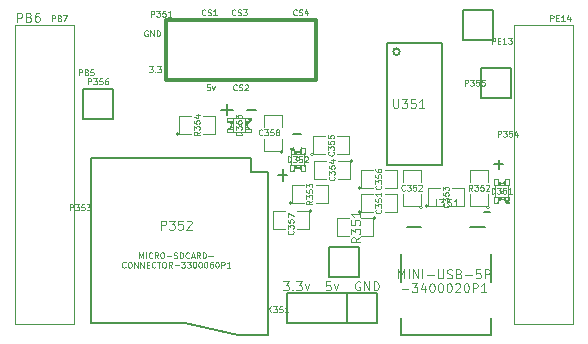
<source format=gto>
G04 (created by PCBNEW (2013-mar-13)-testing) date Срд 19 Фев 2014 21:11:01*
%MOIN*%
G04 Gerber Fmt 3.4, Leading zero omitted, Abs format*
%FSLAX34Y34*%
G01*
G70*
G90*
G04 APERTURE LIST*
%ADD10C,0.005906*%
%ADD11C,0.007874*%
%ADD12C,0.004925*%
%ADD13C,0.004000*%
%ADD14C,0.003900*%
%ADD15C,0.002600*%
%ADD16C,0.002000*%
%ADD17C,0.005900*%
%ADD18C,0.006000*%
%ADD19C,0.012000*%
%ADD20C,0.005000*%
%ADD21C,0.004300*%
%ADD22C,0.003500*%
G04 APERTURE END LIST*
G54D10*
G54D11*
X76750Y-63300D02*
X76800Y-63300D01*
X76600Y-63450D02*
X76600Y-63100D01*
X76400Y-63300D02*
X76750Y-63300D01*
X77250Y-63300D02*
X77550Y-63300D01*
X78450Y-65250D02*
X78450Y-65650D01*
X78300Y-65450D02*
X78600Y-65450D01*
X78800Y-64100D02*
X79050Y-64100D01*
X85350Y-66700D02*
X85150Y-66700D01*
X85650Y-65250D02*
X85650Y-64950D01*
X85500Y-65100D02*
X85800Y-65100D01*
G54D12*
X71656Y-62139D02*
X71656Y-61942D01*
X71731Y-61942D01*
X71749Y-61951D01*
X71759Y-61960D01*
X71768Y-61979D01*
X71768Y-62007D01*
X71759Y-62026D01*
X71749Y-62035D01*
X71731Y-62045D01*
X71656Y-62045D01*
X71918Y-62035D02*
X71946Y-62045D01*
X71956Y-62054D01*
X71965Y-62073D01*
X71965Y-62101D01*
X71956Y-62120D01*
X71946Y-62129D01*
X71928Y-62139D01*
X71853Y-62139D01*
X71853Y-61942D01*
X71918Y-61942D01*
X71937Y-61951D01*
X71946Y-61960D01*
X71956Y-61979D01*
X71956Y-61998D01*
X71946Y-62017D01*
X71937Y-62026D01*
X71918Y-62035D01*
X71853Y-62035D01*
X72143Y-61942D02*
X72050Y-61942D01*
X72040Y-62035D01*
X72050Y-62026D01*
X72068Y-62017D01*
X72115Y-62017D01*
X72134Y-62026D01*
X72143Y-62035D01*
X72153Y-62054D01*
X72153Y-62101D01*
X72143Y-62120D01*
X72134Y-62129D01*
X72115Y-62139D01*
X72068Y-62139D01*
X72050Y-62129D01*
X72040Y-62120D01*
X76923Y-62620D02*
X76913Y-62629D01*
X76885Y-62639D01*
X76867Y-62639D01*
X76838Y-62629D01*
X76820Y-62610D01*
X76810Y-62592D01*
X76801Y-62554D01*
X76801Y-62526D01*
X76810Y-62489D01*
X76820Y-62470D01*
X76838Y-62451D01*
X76867Y-62442D01*
X76885Y-62442D01*
X76913Y-62451D01*
X76923Y-62460D01*
X76998Y-62629D02*
X77026Y-62639D01*
X77073Y-62639D01*
X77092Y-62629D01*
X77101Y-62620D01*
X77110Y-62601D01*
X77110Y-62582D01*
X77101Y-62564D01*
X77092Y-62554D01*
X77073Y-62545D01*
X77035Y-62535D01*
X77017Y-62526D01*
X77007Y-62517D01*
X76998Y-62498D01*
X76998Y-62479D01*
X77007Y-62460D01*
X77017Y-62451D01*
X77035Y-62442D01*
X77082Y-62442D01*
X77110Y-62451D01*
X77186Y-62460D02*
X77195Y-62451D01*
X77214Y-62442D01*
X77261Y-62442D01*
X77279Y-62451D01*
X77289Y-62460D01*
X77298Y-62479D01*
X77298Y-62498D01*
X77289Y-62526D01*
X77176Y-62639D01*
X77298Y-62639D01*
X78923Y-60120D02*
X78913Y-60129D01*
X78885Y-60139D01*
X78867Y-60139D01*
X78838Y-60129D01*
X78820Y-60110D01*
X78810Y-60092D01*
X78801Y-60054D01*
X78801Y-60026D01*
X78810Y-59989D01*
X78820Y-59970D01*
X78838Y-59951D01*
X78867Y-59942D01*
X78885Y-59942D01*
X78913Y-59951D01*
X78923Y-59960D01*
X78998Y-60129D02*
X79026Y-60139D01*
X79073Y-60139D01*
X79092Y-60129D01*
X79101Y-60120D01*
X79110Y-60101D01*
X79110Y-60082D01*
X79101Y-60064D01*
X79092Y-60054D01*
X79073Y-60045D01*
X79035Y-60035D01*
X79017Y-60026D01*
X79007Y-60017D01*
X78998Y-59998D01*
X78998Y-59979D01*
X79007Y-59960D01*
X79017Y-59951D01*
X79035Y-59942D01*
X79082Y-59942D01*
X79110Y-59951D01*
X79279Y-60007D02*
X79279Y-60139D01*
X79232Y-59932D02*
X79186Y-60073D01*
X79307Y-60073D01*
X76873Y-60120D02*
X76863Y-60129D01*
X76835Y-60139D01*
X76817Y-60139D01*
X76788Y-60129D01*
X76770Y-60110D01*
X76760Y-60092D01*
X76751Y-60054D01*
X76751Y-60026D01*
X76760Y-59989D01*
X76770Y-59970D01*
X76788Y-59951D01*
X76817Y-59942D01*
X76835Y-59942D01*
X76863Y-59951D01*
X76873Y-59960D01*
X76948Y-60129D02*
X76976Y-60139D01*
X77023Y-60139D01*
X77042Y-60129D01*
X77051Y-60120D01*
X77060Y-60101D01*
X77060Y-60082D01*
X77051Y-60064D01*
X77042Y-60054D01*
X77023Y-60045D01*
X76985Y-60035D01*
X76967Y-60026D01*
X76957Y-60017D01*
X76948Y-59998D01*
X76948Y-59979D01*
X76957Y-59960D01*
X76967Y-59951D01*
X76985Y-59942D01*
X77032Y-59942D01*
X77060Y-59951D01*
X77126Y-59942D02*
X77248Y-59942D01*
X77182Y-60017D01*
X77211Y-60017D01*
X77229Y-60026D01*
X77239Y-60035D01*
X77248Y-60054D01*
X77248Y-60101D01*
X77239Y-60120D01*
X77229Y-60129D01*
X77211Y-60139D01*
X77154Y-60139D01*
X77136Y-60129D01*
X77126Y-60120D01*
X75873Y-60120D02*
X75863Y-60129D01*
X75835Y-60139D01*
X75817Y-60139D01*
X75788Y-60129D01*
X75770Y-60110D01*
X75760Y-60092D01*
X75751Y-60054D01*
X75751Y-60026D01*
X75760Y-59989D01*
X75770Y-59970D01*
X75788Y-59951D01*
X75817Y-59942D01*
X75835Y-59942D01*
X75863Y-59951D01*
X75873Y-59960D01*
X75948Y-60129D02*
X75976Y-60139D01*
X76023Y-60139D01*
X76042Y-60129D01*
X76051Y-60120D01*
X76060Y-60101D01*
X76060Y-60082D01*
X76051Y-60064D01*
X76042Y-60054D01*
X76023Y-60045D01*
X75985Y-60035D01*
X75967Y-60026D01*
X75957Y-60017D01*
X75948Y-59998D01*
X75948Y-59979D01*
X75957Y-59960D01*
X75967Y-59951D01*
X75985Y-59942D01*
X76032Y-59942D01*
X76060Y-59951D01*
X76248Y-60139D02*
X76136Y-60139D01*
X76192Y-60139D02*
X76192Y-59942D01*
X76173Y-59970D01*
X76154Y-59989D01*
X76136Y-59998D01*
X76021Y-62442D02*
X75928Y-62442D01*
X75918Y-62535D01*
X75928Y-62526D01*
X75946Y-62517D01*
X75993Y-62517D01*
X76012Y-62526D01*
X76021Y-62535D01*
X76031Y-62554D01*
X76031Y-62601D01*
X76021Y-62620D01*
X76012Y-62629D01*
X75993Y-62639D01*
X75946Y-62639D01*
X75928Y-62629D01*
X75918Y-62620D01*
X76096Y-62507D02*
X76143Y-62639D01*
X76190Y-62507D01*
X73993Y-61842D02*
X74115Y-61842D01*
X74049Y-61917D01*
X74078Y-61917D01*
X74096Y-61926D01*
X74106Y-61935D01*
X74115Y-61954D01*
X74115Y-62001D01*
X74106Y-62020D01*
X74096Y-62029D01*
X74078Y-62039D01*
X74021Y-62039D01*
X74003Y-62029D01*
X73993Y-62020D01*
X74200Y-62020D02*
X74209Y-62029D01*
X74200Y-62039D01*
X74190Y-62029D01*
X74200Y-62020D01*
X74200Y-62039D01*
X74275Y-61842D02*
X74397Y-61842D01*
X74331Y-61917D01*
X74359Y-61917D01*
X74378Y-61926D01*
X74387Y-61935D01*
X74397Y-61954D01*
X74397Y-62001D01*
X74387Y-62020D01*
X74378Y-62029D01*
X74359Y-62039D01*
X74303Y-62039D01*
X74284Y-62029D01*
X74275Y-62020D01*
X70756Y-60339D02*
X70756Y-60142D01*
X70831Y-60142D01*
X70849Y-60151D01*
X70859Y-60160D01*
X70868Y-60179D01*
X70868Y-60207D01*
X70859Y-60226D01*
X70849Y-60235D01*
X70831Y-60245D01*
X70756Y-60245D01*
X71018Y-60235D02*
X71046Y-60245D01*
X71056Y-60254D01*
X71065Y-60273D01*
X71065Y-60301D01*
X71056Y-60320D01*
X71046Y-60329D01*
X71028Y-60339D01*
X70953Y-60339D01*
X70953Y-60142D01*
X71018Y-60142D01*
X71037Y-60151D01*
X71046Y-60160D01*
X71056Y-60179D01*
X71056Y-60198D01*
X71046Y-60217D01*
X71037Y-60226D01*
X71018Y-60235D01*
X70953Y-60235D01*
X71131Y-60142D02*
X71262Y-60142D01*
X71178Y-60339D01*
X69603Y-60360D02*
X69603Y-60060D01*
X69717Y-60060D01*
X69746Y-60075D01*
X69760Y-60089D01*
X69775Y-60117D01*
X69775Y-60160D01*
X69760Y-60189D01*
X69746Y-60203D01*
X69717Y-60217D01*
X69603Y-60217D01*
X70003Y-60203D02*
X70046Y-60217D01*
X70060Y-60232D01*
X70075Y-60260D01*
X70075Y-60303D01*
X70060Y-60332D01*
X70046Y-60346D01*
X70017Y-60360D01*
X69903Y-60360D01*
X69903Y-60060D01*
X70003Y-60060D01*
X70032Y-60075D01*
X70046Y-60089D01*
X70060Y-60117D01*
X70060Y-60146D01*
X70046Y-60175D01*
X70032Y-60189D01*
X70003Y-60203D01*
X69903Y-60203D01*
X70332Y-60060D02*
X70275Y-60060D01*
X70246Y-60075D01*
X70232Y-60089D01*
X70203Y-60132D01*
X70189Y-60189D01*
X70189Y-60303D01*
X70203Y-60332D01*
X70217Y-60346D01*
X70246Y-60360D01*
X70303Y-60360D01*
X70332Y-60346D01*
X70346Y-60332D01*
X70360Y-60303D01*
X70360Y-60232D01*
X70346Y-60203D01*
X70332Y-60189D01*
X70303Y-60175D01*
X70246Y-60175D01*
X70217Y-60189D01*
X70203Y-60203D01*
X70189Y-60232D01*
X73949Y-60651D02*
X73931Y-60642D01*
X73903Y-60642D01*
X73874Y-60651D01*
X73856Y-60670D01*
X73846Y-60689D01*
X73837Y-60726D01*
X73837Y-60754D01*
X73846Y-60792D01*
X73856Y-60810D01*
X73874Y-60829D01*
X73903Y-60839D01*
X73921Y-60839D01*
X73949Y-60829D01*
X73959Y-60820D01*
X73959Y-60754D01*
X73921Y-60754D01*
X74043Y-60839D02*
X74043Y-60642D01*
X74156Y-60839D01*
X74156Y-60642D01*
X74250Y-60839D02*
X74250Y-60642D01*
X74297Y-60642D01*
X74325Y-60651D01*
X74343Y-60670D01*
X74353Y-60689D01*
X74362Y-60726D01*
X74362Y-60754D01*
X74353Y-60792D01*
X74343Y-60810D01*
X74325Y-60829D01*
X74297Y-60839D01*
X74250Y-60839D01*
X87371Y-60339D02*
X87371Y-60142D01*
X87446Y-60142D01*
X87465Y-60151D01*
X87474Y-60160D01*
X87484Y-60179D01*
X87484Y-60207D01*
X87474Y-60226D01*
X87465Y-60235D01*
X87446Y-60245D01*
X87371Y-60245D01*
X87568Y-60235D02*
X87634Y-60235D01*
X87662Y-60339D02*
X87568Y-60339D01*
X87568Y-60142D01*
X87662Y-60142D01*
X87850Y-60339D02*
X87737Y-60339D01*
X87793Y-60339D02*
X87793Y-60142D01*
X87775Y-60170D01*
X87756Y-60189D01*
X87737Y-60198D01*
X88018Y-60207D02*
X88018Y-60339D01*
X87972Y-60132D02*
X87925Y-60273D01*
X88047Y-60273D01*
X85421Y-61089D02*
X85421Y-60892D01*
X85496Y-60892D01*
X85515Y-60901D01*
X85524Y-60910D01*
X85534Y-60929D01*
X85534Y-60957D01*
X85524Y-60976D01*
X85515Y-60985D01*
X85496Y-60995D01*
X85421Y-60995D01*
X85618Y-60985D02*
X85684Y-60985D01*
X85712Y-61089D02*
X85618Y-61089D01*
X85618Y-60892D01*
X85712Y-60892D01*
X85900Y-61089D02*
X85787Y-61089D01*
X85843Y-61089D02*
X85843Y-60892D01*
X85825Y-60920D01*
X85806Y-60939D01*
X85787Y-60948D01*
X85965Y-60892D02*
X86087Y-60892D01*
X86022Y-60967D01*
X86050Y-60967D01*
X86068Y-60976D01*
X86078Y-60985D01*
X86087Y-61004D01*
X86087Y-61051D01*
X86078Y-61070D01*
X86068Y-61079D01*
X86050Y-61089D01*
X85993Y-61089D01*
X85975Y-61079D01*
X85965Y-61070D01*
G54D13*
X78475Y-69010D02*
X78660Y-69010D01*
X78560Y-69125D01*
X78603Y-69125D01*
X78632Y-69139D01*
X78646Y-69153D01*
X78660Y-69182D01*
X78660Y-69253D01*
X78646Y-69282D01*
X78632Y-69296D01*
X78603Y-69310D01*
X78517Y-69310D01*
X78489Y-69296D01*
X78475Y-69282D01*
X78789Y-69282D02*
X78803Y-69296D01*
X78789Y-69310D01*
X78775Y-69296D01*
X78789Y-69282D01*
X78789Y-69310D01*
X78903Y-69010D02*
X79089Y-69010D01*
X78989Y-69125D01*
X79032Y-69125D01*
X79060Y-69139D01*
X79075Y-69153D01*
X79089Y-69182D01*
X79089Y-69253D01*
X79075Y-69282D01*
X79060Y-69296D01*
X79032Y-69310D01*
X78946Y-69310D01*
X78917Y-69296D01*
X78903Y-69282D01*
X79189Y-69110D02*
X79260Y-69310D01*
X79332Y-69110D01*
X80046Y-69010D02*
X79903Y-69010D01*
X79889Y-69153D01*
X79903Y-69139D01*
X79932Y-69125D01*
X80003Y-69125D01*
X80032Y-69139D01*
X80046Y-69153D01*
X80060Y-69182D01*
X80060Y-69253D01*
X80046Y-69282D01*
X80032Y-69296D01*
X80003Y-69310D01*
X79932Y-69310D01*
X79903Y-69296D01*
X79889Y-69282D01*
X80160Y-69110D02*
X80232Y-69310D01*
X80303Y-69110D01*
X81032Y-69025D02*
X81003Y-69010D01*
X80960Y-69010D01*
X80917Y-69025D01*
X80889Y-69053D01*
X80874Y-69082D01*
X80860Y-69139D01*
X80860Y-69182D01*
X80874Y-69239D01*
X80889Y-69267D01*
X80917Y-69296D01*
X80960Y-69310D01*
X80989Y-69310D01*
X81032Y-69296D01*
X81046Y-69282D01*
X81046Y-69182D01*
X80989Y-69182D01*
X81174Y-69310D02*
X81174Y-69010D01*
X81346Y-69310D01*
X81346Y-69010D01*
X81489Y-69310D02*
X81489Y-69010D01*
X81560Y-69010D01*
X81603Y-69025D01*
X81632Y-69053D01*
X81646Y-69082D01*
X81660Y-69139D01*
X81660Y-69182D01*
X81646Y-69239D01*
X81632Y-69267D01*
X81603Y-69296D01*
X81560Y-69310D01*
X81489Y-69310D01*
X82310Y-68910D02*
X82310Y-68610D01*
X82410Y-68825D01*
X82510Y-68610D01*
X82510Y-68910D01*
X82653Y-68910D02*
X82653Y-68610D01*
X82796Y-68910D02*
X82796Y-68610D01*
X82967Y-68910D01*
X82967Y-68610D01*
X83110Y-68910D02*
X83110Y-68610D01*
X83253Y-68796D02*
X83482Y-68796D01*
X83625Y-68610D02*
X83625Y-68853D01*
X83639Y-68882D01*
X83653Y-68896D01*
X83682Y-68910D01*
X83739Y-68910D01*
X83767Y-68896D01*
X83782Y-68882D01*
X83796Y-68853D01*
X83796Y-68610D01*
X83925Y-68896D02*
X83967Y-68910D01*
X84039Y-68910D01*
X84067Y-68896D01*
X84082Y-68882D01*
X84096Y-68853D01*
X84096Y-68825D01*
X84082Y-68796D01*
X84067Y-68782D01*
X84039Y-68767D01*
X83982Y-68753D01*
X83953Y-68739D01*
X83939Y-68725D01*
X83925Y-68696D01*
X83925Y-68667D01*
X83939Y-68639D01*
X83953Y-68625D01*
X83982Y-68610D01*
X84053Y-68610D01*
X84096Y-68625D01*
X84325Y-68753D02*
X84367Y-68767D01*
X84382Y-68782D01*
X84396Y-68810D01*
X84396Y-68853D01*
X84382Y-68882D01*
X84367Y-68896D01*
X84339Y-68910D01*
X84225Y-68910D01*
X84225Y-68610D01*
X84325Y-68610D01*
X84353Y-68625D01*
X84367Y-68639D01*
X84382Y-68667D01*
X84382Y-68696D01*
X84367Y-68725D01*
X84353Y-68739D01*
X84325Y-68753D01*
X84225Y-68753D01*
X84525Y-68796D02*
X84753Y-68796D01*
X85039Y-68610D02*
X84896Y-68610D01*
X84882Y-68753D01*
X84896Y-68739D01*
X84925Y-68725D01*
X84996Y-68725D01*
X85025Y-68739D01*
X85039Y-68753D01*
X85053Y-68782D01*
X85053Y-68853D01*
X85039Y-68882D01*
X85025Y-68896D01*
X84996Y-68910D01*
X84925Y-68910D01*
X84896Y-68896D01*
X84882Y-68882D01*
X85182Y-68910D02*
X85182Y-68610D01*
X85296Y-68610D01*
X85325Y-68625D01*
X85339Y-68639D01*
X85353Y-68667D01*
X85353Y-68710D01*
X85339Y-68739D01*
X85325Y-68753D01*
X85296Y-68767D01*
X85182Y-68767D01*
X82417Y-69256D02*
X82646Y-69256D01*
X82760Y-69070D02*
X82946Y-69070D01*
X82846Y-69185D01*
X82889Y-69185D01*
X82917Y-69199D01*
X82932Y-69213D01*
X82946Y-69242D01*
X82946Y-69313D01*
X82932Y-69342D01*
X82917Y-69356D01*
X82889Y-69370D01*
X82803Y-69370D01*
X82775Y-69356D01*
X82760Y-69342D01*
X83203Y-69170D02*
X83203Y-69370D01*
X83132Y-69056D02*
X83060Y-69270D01*
X83246Y-69270D01*
X83417Y-69070D02*
X83446Y-69070D01*
X83475Y-69085D01*
X83489Y-69099D01*
X83503Y-69127D01*
X83517Y-69185D01*
X83517Y-69256D01*
X83503Y-69313D01*
X83489Y-69342D01*
X83475Y-69356D01*
X83446Y-69370D01*
X83417Y-69370D01*
X83389Y-69356D01*
X83375Y-69342D01*
X83360Y-69313D01*
X83346Y-69256D01*
X83346Y-69185D01*
X83360Y-69127D01*
X83375Y-69099D01*
X83389Y-69085D01*
X83417Y-69070D01*
X83703Y-69070D02*
X83732Y-69070D01*
X83760Y-69085D01*
X83775Y-69099D01*
X83789Y-69127D01*
X83803Y-69185D01*
X83803Y-69256D01*
X83789Y-69313D01*
X83775Y-69342D01*
X83760Y-69356D01*
X83732Y-69370D01*
X83703Y-69370D01*
X83675Y-69356D01*
X83660Y-69342D01*
X83646Y-69313D01*
X83632Y-69256D01*
X83632Y-69185D01*
X83646Y-69127D01*
X83660Y-69099D01*
X83675Y-69085D01*
X83703Y-69070D01*
X83989Y-69070D02*
X84017Y-69070D01*
X84046Y-69085D01*
X84060Y-69099D01*
X84075Y-69127D01*
X84089Y-69185D01*
X84089Y-69256D01*
X84075Y-69313D01*
X84060Y-69342D01*
X84046Y-69356D01*
X84017Y-69370D01*
X83989Y-69370D01*
X83960Y-69356D01*
X83946Y-69342D01*
X83932Y-69313D01*
X83917Y-69256D01*
X83917Y-69185D01*
X83932Y-69127D01*
X83946Y-69099D01*
X83960Y-69085D01*
X83989Y-69070D01*
X84203Y-69099D02*
X84217Y-69085D01*
X84246Y-69070D01*
X84317Y-69070D01*
X84346Y-69085D01*
X84360Y-69099D01*
X84375Y-69127D01*
X84375Y-69156D01*
X84360Y-69199D01*
X84189Y-69370D01*
X84375Y-69370D01*
X84560Y-69070D02*
X84589Y-69070D01*
X84617Y-69085D01*
X84632Y-69099D01*
X84646Y-69127D01*
X84660Y-69185D01*
X84660Y-69256D01*
X84646Y-69313D01*
X84632Y-69342D01*
X84617Y-69356D01*
X84589Y-69370D01*
X84560Y-69370D01*
X84532Y-69356D01*
X84517Y-69342D01*
X84503Y-69313D01*
X84489Y-69256D01*
X84489Y-69185D01*
X84503Y-69127D01*
X84517Y-69099D01*
X84532Y-69085D01*
X84560Y-69070D01*
X84789Y-69370D02*
X84789Y-69070D01*
X84903Y-69070D01*
X84932Y-69085D01*
X84946Y-69099D01*
X84960Y-69127D01*
X84960Y-69170D01*
X84946Y-69199D01*
X84932Y-69213D01*
X84903Y-69227D01*
X84789Y-69227D01*
X85246Y-69370D02*
X85075Y-69370D01*
X85160Y-69370D02*
X85160Y-69070D01*
X85132Y-69113D01*
X85103Y-69142D01*
X85075Y-69156D01*
X73671Y-68239D02*
X73671Y-68042D01*
X73736Y-68182D01*
X73802Y-68042D01*
X73802Y-68239D01*
X73896Y-68239D02*
X73896Y-68042D01*
X74102Y-68220D02*
X74093Y-68229D01*
X74065Y-68239D01*
X74046Y-68239D01*
X74018Y-68229D01*
X73999Y-68210D01*
X73990Y-68192D01*
X73980Y-68154D01*
X73980Y-68126D01*
X73990Y-68089D01*
X73999Y-68070D01*
X74018Y-68051D01*
X74046Y-68042D01*
X74065Y-68042D01*
X74093Y-68051D01*
X74102Y-68060D01*
X74299Y-68239D02*
X74233Y-68145D01*
X74187Y-68239D02*
X74187Y-68042D01*
X74262Y-68042D01*
X74280Y-68051D01*
X74290Y-68060D01*
X74299Y-68079D01*
X74299Y-68107D01*
X74290Y-68126D01*
X74280Y-68135D01*
X74262Y-68145D01*
X74187Y-68145D01*
X74421Y-68042D02*
X74459Y-68042D01*
X74477Y-68051D01*
X74496Y-68070D01*
X74506Y-68107D01*
X74506Y-68173D01*
X74496Y-68210D01*
X74477Y-68229D01*
X74459Y-68239D01*
X74421Y-68239D01*
X74402Y-68229D01*
X74384Y-68210D01*
X74374Y-68173D01*
X74374Y-68107D01*
X74384Y-68070D01*
X74402Y-68051D01*
X74421Y-68042D01*
X74590Y-68164D02*
X74740Y-68164D01*
X74824Y-68229D02*
X74853Y-68239D01*
X74900Y-68239D01*
X74918Y-68229D01*
X74928Y-68220D01*
X74937Y-68201D01*
X74937Y-68182D01*
X74928Y-68164D01*
X74918Y-68154D01*
X74900Y-68145D01*
X74862Y-68135D01*
X74843Y-68126D01*
X74834Y-68117D01*
X74824Y-68098D01*
X74824Y-68079D01*
X74834Y-68060D01*
X74843Y-68051D01*
X74862Y-68042D01*
X74909Y-68042D01*
X74937Y-68051D01*
X75021Y-68239D02*
X75021Y-68042D01*
X75068Y-68042D01*
X75097Y-68051D01*
X75115Y-68070D01*
X75125Y-68089D01*
X75134Y-68126D01*
X75134Y-68154D01*
X75125Y-68192D01*
X75115Y-68210D01*
X75097Y-68229D01*
X75068Y-68239D01*
X75021Y-68239D01*
X75331Y-68220D02*
X75322Y-68229D01*
X75294Y-68239D01*
X75275Y-68239D01*
X75247Y-68229D01*
X75228Y-68210D01*
X75218Y-68192D01*
X75209Y-68154D01*
X75209Y-68126D01*
X75218Y-68089D01*
X75228Y-68070D01*
X75247Y-68051D01*
X75275Y-68042D01*
X75294Y-68042D01*
X75322Y-68051D01*
X75331Y-68060D01*
X75406Y-68182D02*
X75500Y-68182D01*
X75387Y-68239D02*
X75453Y-68042D01*
X75519Y-68239D01*
X75697Y-68239D02*
X75631Y-68145D01*
X75584Y-68239D02*
X75584Y-68042D01*
X75659Y-68042D01*
X75678Y-68051D01*
X75688Y-68060D01*
X75697Y-68079D01*
X75697Y-68107D01*
X75688Y-68126D01*
X75678Y-68135D01*
X75659Y-68145D01*
X75584Y-68145D01*
X75781Y-68239D02*
X75781Y-68042D01*
X75828Y-68042D01*
X75856Y-68051D01*
X75875Y-68070D01*
X75885Y-68089D01*
X75894Y-68126D01*
X75894Y-68154D01*
X75885Y-68192D01*
X75875Y-68210D01*
X75856Y-68229D01*
X75828Y-68239D01*
X75781Y-68239D01*
X75978Y-68164D02*
X76128Y-68164D01*
X73216Y-68536D02*
X73206Y-68545D01*
X73178Y-68554D01*
X73159Y-68554D01*
X73131Y-68545D01*
X73112Y-68526D01*
X73103Y-68508D01*
X73094Y-68470D01*
X73094Y-68442D01*
X73103Y-68404D01*
X73112Y-68386D01*
X73131Y-68367D01*
X73159Y-68357D01*
X73178Y-68357D01*
X73206Y-68367D01*
X73216Y-68376D01*
X73338Y-68357D02*
X73375Y-68357D01*
X73394Y-68367D01*
X73413Y-68386D01*
X73422Y-68423D01*
X73422Y-68489D01*
X73413Y-68526D01*
X73394Y-68545D01*
X73375Y-68554D01*
X73338Y-68554D01*
X73319Y-68545D01*
X73300Y-68526D01*
X73291Y-68489D01*
X73291Y-68423D01*
X73300Y-68386D01*
X73319Y-68367D01*
X73338Y-68357D01*
X73506Y-68554D02*
X73506Y-68357D01*
X73619Y-68554D01*
X73619Y-68357D01*
X73713Y-68554D02*
X73713Y-68357D01*
X73825Y-68554D01*
X73825Y-68357D01*
X73919Y-68451D02*
X73985Y-68451D01*
X74013Y-68554D02*
X73919Y-68554D01*
X73919Y-68357D01*
X74013Y-68357D01*
X74210Y-68536D02*
X74201Y-68545D01*
X74172Y-68554D01*
X74154Y-68554D01*
X74126Y-68545D01*
X74107Y-68526D01*
X74097Y-68508D01*
X74088Y-68470D01*
X74088Y-68442D01*
X74097Y-68404D01*
X74107Y-68386D01*
X74126Y-68367D01*
X74154Y-68357D01*
X74172Y-68357D01*
X74201Y-68367D01*
X74210Y-68376D01*
X74266Y-68357D02*
X74379Y-68357D01*
X74323Y-68554D02*
X74323Y-68357D01*
X74482Y-68357D02*
X74520Y-68357D01*
X74538Y-68367D01*
X74557Y-68386D01*
X74566Y-68423D01*
X74566Y-68489D01*
X74557Y-68526D01*
X74538Y-68545D01*
X74520Y-68554D01*
X74482Y-68554D01*
X74463Y-68545D01*
X74445Y-68526D01*
X74435Y-68489D01*
X74435Y-68423D01*
X74445Y-68386D01*
X74463Y-68367D01*
X74482Y-68357D01*
X74763Y-68554D02*
X74698Y-68461D01*
X74651Y-68554D02*
X74651Y-68357D01*
X74726Y-68357D01*
X74745Y-68367D01*
X74754Y-68376D01*
X74763Y-68395D01*
X74763Y-68423D01*
X74754Y-68442D01*
X74745Y-68451D01*
X74726Y-68461D01*
X74651Y-68461D01*
X74848Y-68479D02*
X74998Y-68479D01*
X75073Y-68357D02*
X75195Y-68357D01*
X75129Y-68432D01*
X75157Y-68432D01*
X75176Y-68442D01*
X75186Y-68451D01*
X75195Y-68470D01*
X75195Y-68517D01*
X75186Y-68536D01*
X75176Y-68545D01*
X75157Y-68554D01*
X75101Y-68554D01*
X75082Y-68545D01*
X75073Y-68536D01*
X75261Y-68357D02*
X75383Y-68357D01*
X75317Y-68432D01*
X75345Y-68432D01*
X75364Y-68442D01*
X75373Y-68451D01*
X75383Y-68470D01*
X75383Y-68517D01*
X75373Y-68536D01*
X75364Y-68545D01*
X75345Y-68554D01*
X75289Y-68554D01*
X75270Y-68545D01*
X75261Y-68536D01*
X75505Y-68357D02*
X75523Y-68357D01*
X75542Y-68367D01*
X75551Y-68376D01*
X75561Y-68395D01*
X75570Y-68432D01*
X75570Y-68479D01*
X75561Y-68517D01*
X75551Y-68536D01*
X75542Y-68545D01*
X75523Y-68554D01*
X75505Y-68554D01*
X75486Y-68545D01*
X75476Y-68536D01*
X75467Y-68517D01*
X75458Y-68479D01*
X75458Y-68432D01*
X75467Y-68395D01*
X75476Y-68376D01*
X75486Y-68367D01*
X75505Y-68357D01*
X75692Y-68357D02*
X75711Y-68357D01*
X75730Y-68367D01*
X75739Y-68376D01*
X75748Y-68395D01*
X75758Y-68432D01*
X75758Y-68479D01*
X75748Y-68517D01*
X75739Y-68536D01*
X75730Y-68545D01*
X75711Y-68554D01*
X75692Y-68554D01*
X75673Y-68545D01*
X75664Y-68536D01*
X75655Y-68517D01*
X75645Y-68479D01*
X75645Y-68432D01*
X75655Y-68395D01*
X75664Y-68376D01*
X75673Y-68367D01*
X75692Y-68357D01*
X75880Y-68357D02*
X75899Y-68357D01*
X75917Y-68367D01*
X75927Y-68376D01*
X75936Y-68395D01*
X75945Y-68432D01*
X75945Y-68479D01*
X75936Y-68517D01*
X75927Y-68536D01*
X75917Y-68545D01*
X75899Y-68554D01*
X75880Y-68554D01*
X75861Y-68545D01*
X75852Y-68536D01*
X75842Y-68517D01*
X75833Y-68479D01*
X75833Y-68432D01*
X75842Y-68395D01*
X75852Y-68376D01*
X75861Y-68367D01*
X75880Y-68357D01*
X76114Y-68357D02*
X76077Y-68357D01*
X76058Y-68367D01*
X76049Y-68376D01*
X76030Y-68404D01*
X76021Y-68442D01*
X76021Y-68517D01*
X76030Y-68536D01*
X76039Y-68545D01*
X76058Y-68554D01*
X76096Y-68554D01*
X76114Y-68545D01*
X76124Y-68536D01*
X76133Y-68517D01*
X76133Y-68470D01*
X76124Y-68451D01*
X76114Y-68442D01*
X76096Y-68432D01*
X76058Y-68432D01*
X76039Y-68442D01*
X76030Y-68451D01*
X76021Y-68470D01*
X76255Y-68357D02*
X76274Y-68357D01*
X76293Y-68367D01*
X76302Y-68376D01*
X76311Y-68395D01*
X76321Y-68432D01*
X76321Y-68479D01*
X76311Y-68517D01*
X76302Y-68536D01*
X76293Y-68545D01*
X76274Y-68554D01*
X76255Y-68554D01*
X76236Y-68545D01*
X76227Y-68536D01*
X76218Y-68517D01*
X76208Y-68479D01*
X76208Y-68432D01*
X76218Y-68395D01*
X76227Y-68376D01*
X76236Y-68367D01*
X76255Y-68357D01*
X76405Y-68554D02*
X76405Y-68357D01*
X76480Y-68357D01*
X76499Y-68367D01*
X76508Y-68376D01*
X76518Y-68395D01*
X76518Y-68423D01*
X76508Y-68442D01*
X76499Y-68451D01*
X76480Y-68461D01*
X76405Y-68461D01*
X76705Y-68554D02*
X76593Y-68554D01*
X76649Y-68554D02*
X76649Y-68357D01*
X76630Y-68386D01*
X76612Y-68404D01*
X76593Y-68414D01*
G54D14*
X81050Y-66700D02*
G75*
G03X81050Y-66700I-50J0D01*
G74*
G01*
X81450Y-66700D02*
X81050Y-66700D01*
X81050Y-66700D02*
X81050Y-66100D01*
X81050Y-66100D02*
X81450Y-66100D01*
X81850Y-66100D02*
X82250Y-66100D01*
X82250Y-66100D02*
X82250Y-66700D01*
X82250Y-66700D02*
X81850Y-66700D01*
X83100Y-66550D02*
G75*
G03X83100Y-66550I-50J0D01*
G74*
G01*
X83050Y-66100D02*
X83050Y-66500D01*
X83050Y-66500D02*
X82450Y-66500D01*
X82450Y-66500D02*
X82450Y-66100D01*
X82450Y-65700D02*
X82450Y-65300D01*
X82450Y-65300D02*
X83050Y-65300D01*
X83050Y-65300D02*
X83050Y-65700D01*
X83300Y-66500D02*
G75*
G03X83300Y-66500I-50J0D01*
G74*
G01*
X83700Y-66500D02*
X83300Y-66500D01*
X83300Y-66500D02*
X83300Y-65900D01*
X83300Y-65900D02*
X83700Y-65900D01*
X84100Y-65900D02*
X84500Y-65900D01*
X84500Y-65900D02*
X84500Y-66500D01*
X84500Y-66500D02*
X84100Y-66500D01*
X80800Y-65000D02*
G75*
G03X80800Y-65000I-50J0D01*
G74*
G01*
X80300Y-65000D02*
X80700Y-65000D01*
X80700Y-65000D02*
X80700Y-65600D01*
X80700Y-65600D02*
X80300Y-65600D01*
X79900Y-65600D02*
X79500Y-65600D01*
X79500Y-65600D02*
X79500Y-65000D01*
X79500Y-65000D02*
X79900Y-65000D01*
X79475Y-64775D02*
G75*
G03X79475Y-64775I-50J0D01*
G74*
G01*
X79875Y-64775D02*
X79475Y-64775D01*
X79475Y-64775D02*
X79475Y-64175D01*
X79475Y-64175D02*
X79875Y-64175D01*
X80275Y-64175D02*
X80675Y-64175D01*
X80675Y-64175D02*
X80675Y-64775D01*
X80675Y-64775D02*
X80275Y-64775D01*
X81050Y-65900D02*
G75*
G03X81050Y-65900I-50J0D01*
G74*
G01*
X81450Y-65900D02*
X81050Y-65900D01*
X81050Y-65900D02*
X81050Y-65300D01*
X81050Y-65300D02*
X81450Y-65300D01*
X81850Y-65300D02*
X82250Y-65300D01*
X82250Y-65300D02*
X82250Y-65900D01*
X82250Y-65900D02*
X81850Y-65900D01*
G54D15*
X85632Y-66196D02*
X85504Y-66196D01*
X85504Y-66196D02*
X85504Y-66393D01*
X85632Y-66393D02*
X85504Y-66393D01*
X85632Y-66196D02*
X85632Y-66393D01*
X85877Y-66196D02*
X85818Y-66196D01*
X85818Y-66196D02*
X85818Y-66295D01*
X85877Y-66295D02*
X85818Y-66295D01*
X85877Y-66196D02*
X85877Y-66295D01*
X85682Y-66196D02*
X85623Y-66196D01*
X85623Y-66196D02*
X85623Y-66295D01*
X85682Y-66295D02*
X85623Y-66295D01*
X85682Y-66196D02*
X85682Y-66295D01*
X85828Y-66196D02*
X85672Y-66196D01*
X85672Y-66196D02*
X85672Y-66265D01*
X85828Y-66265D02*
X85672Y-66265D01*
X85828Y-66196D02*
X85828Y-66265D01*
X85632Y-65607D02*
X85504Y-65607D01*
X85504Y-65607D02*
X85504Y-65804D01*
X85632Y-65804D02*
X85504Y-65804D01*
X85632Y-65607D02*
X85632Y-65804D01*
X85996Y-65607D02*
X85868Y-65607D01*
X85868Y-65607D02*
X85868Y-65804D01*
X85996Y-65804D02*
X85868Y-65804D01*
X85996Y-65607D02*
X85996Y-65804D01*
X85682Y-65705D02*
X85623Y-65705D01*
X85623Y-65705D02*
X85623Y-65804D01*
X85682Y-65804D02*
X85623Y-65804D01*
X85682Y-65705D02*
X85682Y-65804D01*
X85877Y-65705D02*
X85818Y-65705D01*
X85818Y-65705D02*
X85818Y-65804D01*
X85877Y-65804D02*
X85818Y-65804D01*
X85877Y-65705D02*
X85877Y-65804D01*
X85828Y-65735D02*
X85672Y-65735D01*
X85672Y-65735D02*
X85672Y-65804D01*
X85828Y-65804D02*
X85672Y-65804D01*
X85828Y-65735D02*
X85828Y-65804D01*
X85789Y-66000D02*
X85711Y-66000D01*
X85711Y-66000D02*
X85711Y-66078D01*
X85789Y-66078D02*
X85711Y-66078D01*
X85789Y-66000D02*
X85789Y-66078D01*
X85986Y-66196D02*
X85868Y-66196D01*
X85868Y-66196D02*
X85868Y-66314D01*
X85986Y-66314D02*
X85868Y-66314D01*
X85986Y-66196D02*
X85986Y-66314D01*
X85996Y-66364D02*
X85907Y-66364D01*
X85907Y-66364D02*
X85907Y-66393D01*
X85996Y-66393D02*
X85907Y-66393D01*
X85996Y-66364D02*
X85996Y-66393D01*
G54D13*
X85524Y-66206D02*
X85524Y-65794D01*
X85976Y-65804D02*
X85976Y-66364D01*
G54D16*
X85955Y-66334D02*
G75*
G03X85955Y-66334I-28J0D01*
G74*
G01*
G54D13*
X85887Y-66393D02*
G75*
G03X85613Y-66393I-137J0D01*
G74*
G01*
X85613Y-65607D02*
G75*
G03X85887Y-65607I137J0D01*
G74*
G01*
G54D15*
X79068Y-64754D02*
X79196Y-64754D01*
X79196Y-64754D02*
X79196Y-64557D01*
X79068Y-64557D02*
X79196Y-64557D01*
X79068Y-64754D02*
X79068Y-64557D01*
X78823Y-64754D02*
X78882Y-64754D01*
X78882Y-64754D02*
X78882Y-64655D01*
X78823Y-64655D02*
X78882Y-64655D01*
X78823Y-64754D02*
X78823Y-64655D01*
X79018Y-64754D02*
X79077Y-64754D01*
X79077Y-64754D02*
X79077Y-64655D01*
X79018Y-64655D02*
X79077Y-64655D01*
X79018Y-64754D02*
X79018Y-64655D01*
X78872Y-64754D02*
X79028Y-64754D01*
X79028Y-64754D02*
X79028Y-64685D01*
X78872Y-64685D02*
X79028Y-64685D01*
X78872Y-64754D02*
X78872Y-64685D01*
X79068Y-65343D02*
X79196Y-65343D01*
X79196Y-65343D02*
X79196Y-65146D01*
X79068Y-65146D02*
X79196Y-65146D01*
X79068Y-65343D02*
X79068Y-65146D01*
X78704Y-65343D02*
X78832Y-65343D01*
X78832Y-65343D02*
X78832Y-65146D01*
X78704Y-65146D02*
X78832Y-65146D01*
X78704Y-65343D02*
X78704Y-65146D01*
X79018Y-65245D02*
X79077Y-65245D01*
X79077Y-65245D02*
X79077Y-65146D01*
X79018Y-65146D02*
X79077Y-65146D01*
X79018Y-65245D02*
X79018Y-65146D01*
X78823Y-65245D02*
X78882Y-65245D01*
X78882Y-65245D02*
X78882Y-65146D01*
X78823Y-65146D02*
X78882Y-65146D01*
X78823Y-65245D02*
X78823Y-65146D01*
X78872Y-65215D02*
X79028Y-65215D01*
X79028Y-65215D02*
X79028Y-65146D01*
X78872Y-65146D02*
X79028Y-65146D01*
X78872Y-65215D02*
X78872Y-65146D01*
X78911Y-64950D02*
X78989Y-64950D01*
X78989Y-64950D02*
X78989Y-64872D01*
X78911Y-64872D02*
X78989Y-64872D01*
X78911Y-64950D02*
X78911Y-64872D01*
X78714Y-64754D02*
X78832Y-64754D01*
X78832Y-64754D02*
X78832Y-64636D01*
X78714Y-64636D02*
X78832Y-64636D01*
X78714Y-64754D02*
X78714Y-64636D01*
X78704Y-64586D02*
X78793Y-64586D01*
X78793Y-64586D02*
X78793Y-64557D01*
X78704Y-64557D02*
X78793Y-64557D01*
X78704Y-64586D02*
X78704Y-64557D01*
G54D13*
X79176Y-64744D02*
X79176Y-65156D01*
X78724Y-65146D02*
X78724Y-64586D01*
G54D16*
X78801Y-64616D02*
G75*
G03X78801Y-64616I-28J0D01*
G74*
G01*
G54D13*
X78813Y-64557D02*
G75*
G03X79087Y-64557I137J0D01*
G74*
G01*
X79087Y-65343D02*
G75*
G03X78813Y-65343I-137J0D01*
G74*
G01*
G54D14*
X81550Y-66900D02*
G75*
G03X81550Y-66900I-50J0D01*
G74*
G01*
X81050Y-66900D02*
X81450Y-66900D01*
X81450Y-66900D02*
X81450Y-67500D01*
X81450Y-67500D02*
X81050Y-67500D01*
X80650Y-67500D02*
X80250Y-67500D01*
X80250Y-67500D02*
X80250Y-66900D01*
X80250Y-66900D02*
X80650Y-66900D01*
X85350Y-66550D02*
G75*
G03X85350Y-66550I-50J0D01*
G74*
G01*
X85300Y-66100D02*
X85300Y-66500D01*
X85300Y-66500D02*
X84700Y-66500D01*
X84700Y-66500D02*
X84700Y-66100D01*
X84700Y-65700D02*
X84700Y-65300D01*
X84700Y-65300D02*
X85300Y-65300D01*
X85300Y-65300D02*
X85300Y-65700D01*
X78750Y-66400D02*
G75*
G03X78750Y-66400I-50J0D01*
G74*
G01*
X79150Y-66400D02*
X78750Y-66400D01*
X78750Y-66400D02*
X78750Y-65800D01*
X78750Y-65800D02*
X79150Y-65800D01*
X79550Y-65800D02*
X79950Y-65800D01*
X79950Y-65800D02*
X79950Y-66400D01*
X79950Y-66400D02*
X79550Y-66400D01*
G54D17*
X83756Y-65147D02*
X81944Y-65147D01*
X81944Y-61053D02*
X83756Y-61053D01*
X83756Y-61053D02*
X83756Y-65147D01*
X81944Y-65147D02*
X81944Y-61053D01*
X82357Y-61352D02*
G75*
G03X82357Y-61352I-111J0D01*
G74*
G01*
G54D15*
X77196Y-63918D02*
X77196Y-64046D01*
X77196Y-64046D02*
X77393Y-64046D01*
X77393Y-63918D02*
X77393Y-64046D01*
X77196Y-63918D02*
X77393Y-63918D01*
X77196Y-63673D02*
X77196Y-63732D01*
X77196Y-63732D02*
X77295Y-63732D01*
X77295Y-63673D02*
X77295Y-63732D01*
X77196Y-63673D02*
X77295Y-63673D01*
X77196Y-63868D02*
X77196Y-63927D01*
X77196Y-63927D02*
X77295Y-63927D01*
X77295Y-63868D02*
X77295Y-63927D01*
X77196Y-63868D02*
X77295Y-63868D01*
X77196Y-63722D02*
X77196Y-63878D01*
X77196Y-63878D02*
X77265Y-63878D01*
X77265Y-63722D02*
X77265Y-63878D01*
X77196Y-63722D02*
X77265Y-63722D01*
X76607Y-63918D02*
X76607Y-64046D01*
X76607Y-64046D02*
X76804Y-64046D01*
X76804Y-63918D02*
X76804Y-64046D01*
X76607Y-63918D02*
X76804Y-63918D01*
X76607Y-63554D02*
X76607Y-63682D01*
X76607Y-63682D02*
X76804Y-63682D01*
X76804Y-63554D02*
X76804Y-63682D01*
X76607Y-63554D02*
X76804Y-63554D01*
X76705Y-63868D02*
X76705Y-63927D01*
X76705Y-63927D02*
X76804Y-63927D01*
X76804Y-63868D02*
X76804Y-63927D01*
X76705Y-63868D02*
X76804Y-63868D01*
X76705Y-63673D02*
X76705Y-63732D01*
X76705Y-63732D02*
X76804Y-63732D01*
X76804Y-63673D02*
X76804Y-63732D01*
X76705Y-63673D02*
X76804Y-63673D01*
X76735Y-63722D02*
X76735Y-63878D01*
X76735Y-63878D02*
X76804Y-63878D01*
X76804Y-63722D02*
X76804Y-63878D01*
X76735Y-63722D02*
X76804Y-63722D01*
X77000Y-63761D02*
X77000Y-63839D01*
X77000Y-63839D02*
X77078Y-63839D01*
X77078Y-63761D02*
X77078Y-63839D01*
X77000Y-63761D02*
X77078Y-63761D01*
X77196Y-63564D02*
X77196Y-63682D01*
X77196Y-63682D02*
X77314Y-63682D01*
X77314Y-63564D02*
X77314Y-63682D01*
X77196Y-63564D02*
X77314Y-63564D01*
X77364Y-63554D02*
X77364Y-63643D01*
X77364Y-63643D02*
X77393Y-63643D01*
X77393Y-63554D02*
X77393Y-63643D01*
X77364Y-63554D02*
X77393Y-63554D01*
G54D13*
X77206Y-64026D02*
X76794Y-64026D01*
X76804Y-63574D02*
X77364Y-63574D01*
G54D16*
X77362Y-63623D02*
G75*
G03X77362Y-63623I-28J0D01*
G74*
G01*
G54D13*
X77393Y-63663D02*
G75*
G03X77393Y-63937I0J-137D01*
G74*
G01*
X76607Y-63937D02*
G75*
G03X76607Y-63663I0J137D01*
G74*
G01*
G54D14*
X75000Y-64100D02*
G75*
G03X75000Y-64100I-50J0D01*
G74*
G01*
X75400Y-64100D02*
X75000Y-64100D01*
X75000Y-64100D02*
X75000Y-63500D01*
X75000Y-63500D02*
X75400Y-63500D01*
X75800Y-63500D02*
X76200Y-63500D01*
X76200Y-63500D02*
X76200Y-64100D01*
X76200Y-64100D02*
X75800Y-64100D01*
G54D18*
X81600Y-69400D02*
X81600Y-70400D01*
X81600Y-70400D02*
X78600Y-70400D01*
X78600Y-70400D02*
X78600Y-69400D01*
X78600Y-69400D02*
X81600Y-69400D01*
X80600Y-70400D02*
X80600Y-69400D01*
G54D14*
X69516Y-70421D02*
X71484Y-70421D01*
X71484Y-70421D02*
X71484Y-60480D01*
X71484Y-60480D02*
X69516Y-60480D01*
X69516Y-60480D02*
X69516Y-70421D01*
X86166Y-70421D02*
X88134Y-70421D01*
X88134Y-70421D02*
X88134Y-60480D01*
X88134Y-60480D02*
X86166Y-60480D01*
X86166Y-60480D02*
X86166Y-70421D01*
G54D18*
X86050Y-62900D02*
X85050Y-62900D01*
X85050Y-61900D02*
X86050Y-61900D01*
X85050Y-62900D02*
X85050Y-61900D01*
X86050Y-61900D02*
X86050Y-62900D01*
G54D19*
X74550Y-60300D02*
X79550Y-60300D01*
X79550Y-60300D02*
X79550Y-62300D01*
X79550Y-62300D02*
X74550Y-62300D01*
X74550Y-62300D02*
X74550Y-60300D01*
G54D18*
X72800Y-63600D02*
X71800Y-63600D01*
X71800Y-62600D02*
X72800Y-62600D01*
X71800Y-63600D02*
X71800Y-62600D01*
X72800Y-62600D02*
X72800Y-63600D01*
G54D14*
X79425Y-66675D02*
G75*
G03X79425Y-66675I-50J0D01*
G74*
G01*
X78925Y-66675D02*
X79325Y-66675D01*
X79325Y-66675D02*
X79325Y-67275D01*
X79325Y-67275D02*
X78925Y-67275D01*
X78525Y-67275D02*
X78125Y-67275D01*
X78125Y-67275D02*
X78125Y-66675D01*
X78125Y-66675D02*
X78525Y-66675D01*
X78475Y-64700D02*
G75*
G03X78475Y-64700I-50J0D01*
G74*
G01*
X78425Y-64250D02*
X78425Y-64650D01*
X78425Y-64650D02*
X77825Y-64650D01*
X77825Y-64650D02*
X77825Y-64250D01*
X77825Y-63850D02*
X77825Y-63450D01*
X77825Y-63450D02*
X78425Y-63450D01*
X78425Y-63450D02*
X78425Y-63850D01*
G54D20*
X85400Y-70800D02*
X85400Y-70221D01*
X82400Y-70800D02*
X82400Y-70221D01*
X84700Y-67200D02*
X85200Y-67200D01*
X85400Y-68095D02*
X85400Y-69040D01*
X82400Y-70800D02*
X85400Y-70800D01*
X82400Y-68095D02*
X82400Y-69040D01*
X82600Y-67200D02*
X83073Y-67200D01*
X76950Y-70800D02*
X75200Y-70400D01*
X72050Y-70400D02*
X75220Y-70400D01*
X72050Y-64900D02*
X72050Y-70400D01*
X77950Y-70800D02*
X76953Y-70800D01*
X77400Y-64900D02*
X77400Y-65350D01*
X77400Y-65350D02*
X77950Y-65350D01*
X72050Y-64900D02*
X77400Y-64900D01*
X77950Y-65350D02*
X77950Y-70800D01*
G54D18*
X81000Y-68875D02*
X80000Y-68875D01*
X80000Y-67875D02*
X81000Y-67875D01*
X80000Y-68875D02*
X80000Y-67875D01*
X81000Y-67875D02*
X81000Y-68875D01*
X85475Y-60950D02*
X84475Y-60950D01*
X84475Y-59950D02*
X85475Y-59950D01*
X84475Y-60950D02*
X84475Y-59950D01*
X85475Y-59950D02*
X85475Y-60950D01*
G54D13*
X81720Y-66620D02*
X81729Y-66629D01*
X81739Y-66657D01*
X81739Y-66676D01*
X81729Y-66704D01*
X81710Y-66723D01*
X81692Y-66733D01*
X81654Y-66742D01*
X81626Y-66742D01*
X81589Y-66733D01*
X81570Y-66723D01*
X81551Y-66704D01*
X81542Y-66676D01*
X81542Y-66657D01*
X81551Y-66629D01*
X81560Y-66620D01*
X81542Y-66554D02*
X81542Y-66432D01*
X81617Y-66498D01*
X81617Y-66470D01*
X81626Y-66451D01*
X81635Y-66442D01*
X81654Y-66432D01*
X81701Y-66432D01*
X81720Y-66442D01*
X81729Y-66451D01*
X81739Y-66470D01*
X81739Y-66526D01*
X81729Y-66545D01*
X81720Y-66554D01*
X81542Y-66254D02*
X81542Y-66348D01*
X81635Y-66357D01*
X81626Y-66348D01*
X81617Y-66329D01*
X81617Y-66282D01*
X81626Y-66263D01*
X81635Y-66254D01*
X81654Y-66245D01*
X81701Y-66245D01*
X81720Y-66254D01*
X81729Y-66263D01*
X81739Y-66282D01*
X81739Y-66329D01*
X81729Y-66348D01*
X81720Y-66357D01*
X81739Y-66057D02*
X81739Y-66170D01*
X81739Y-66113D02*
X81542Y-66113D01*
X81570Y-66132D01*
X81589Y-66151D01*
X81598Y-66170D01*
X82529Y-65970D02*
X82520Y-65979D01*
X82492Y-65989D01*
X82473Y-65989D01*
X82445Y-65979D01*
X82426Y-65960D01*
X82416Y-65942D01*
X82407Y-65904D01*
X82407Y-65876D01*
X82416Y-65839D01*
X82426Y-65820D01*
X82445Y-65801D01*
X82473Y-65792D01*
X82492Y-65792D01*
X82520Y-65801D01*
X82529Y-65810D01*
X82595Y-65792D02*
X82717Y-65792D01*
X82651Y-65867D01*
X82679Y-65867D01*
X82698Y-65876D01*
X82707Y-65885D01*
X82717Y-65904D01*
X82717Y-65951D01*
X82707Y-65970D01*
X82698Y-65979D01*
X82679Y-65989D01*
X82623Y-65989D01*
X82604Y-65979D01*
X82595Y-65970D01*
X82895Y-65792D02*
X82801Y-65792D01*
X82792Y-65885D01*
X82801Y-65876D01*
X82820Y-65867D01*
X82867Y-65867D01*
X82886Y-65876D01*
X82895Y-65885D01*
X82904Y-65904D01*
X82904Y-65951D01*
X82895Y-65970D01*
X82886Y-65979D01*
X82867Y-65989D01*
X82820Y-65989D01*
X82801Y-65979D01*
X82792Y-65970D01*
X82979Y-65810D02*
X82989Y-65801D01*
X83007Y-65792D01*
X83054Y-65792D01*
X83073Y-65801D01*
X83083Y-65810D01*
X83092Y-65829D01*
X83092Y-65848D01*
X83083Y-65876D01*
X82970Y-65989D01*
X83092Y-65989D01*
X83970Y-66420D02*
X83979Y-66429D01*
X83989Y-66457D01*
X83989Y-66476D01*
X83979Y-66504D01*
X83960Y-66523D01*
X83942Y-66533D01*
X83904Y-66542D01*
X83876Y-66542D01*
X83839Y-66533D01*
X83820Y-66523D01*
X83801Y-66504D01*
X83792Y-66476D01*
X83792Y-66457D01*
X83801Y-66429D01*
X83810Y-66420D01*
X83792Y-66354D02*
X83792Y-66232D01*
X83867Y-66298D01*
X83867Y-66270D01*
X83876Y-66251D01*
X83885Y-66242D01*
X83904Y-66232D01*
X83951Y-66232D01*
X83970Y-66242D01*
X83979Y-66251D01*
X83989Y-66270D01*
X83989Y-66326D01*
X83979Y-66345D01*
X83970Y-66354D01*
X83792Y-66054D02*
X83792Y-66148D01*
X83885Y-66157D01*
X83876Y-66148D01*
X83867Y-66129D01*
X83867Y-66082D01*
X83876Y-66063D01*
X83885Y-66054D01*
X83904Y-66045D01*
X83951Y-66045D01*
X83970Y-66054D01*
X83979Y-66063D01*
X83989Y-66082D01*
X83989Y-66129D01*
X83979Y-66148D01*
X83970Y-66157D01*
X83792Y-65979D02*
X83792Y-65857D01*
X83867Y-65923D01*
X83867Y-65895D01*
X83876Y-65876D01*
X83885Y-65866D01*
X83904Y-65857D01*
X83951Y-65857D01*
X83970Y-65866D01*
X83979Y-65876D01*
X83989Y-65895D01*
X83989Y-65951D01*
X83979Y-65970D01*
X83970Y-65979D01*
X80170Y-65520D02*
X80179Y-65529D01*
X80189Y-65557D01*
X80189Y-65576D01*
X80179Y-65604D01*
X80160Y-65623D01*
X80142Y-65633D01*
X80104Y-65642D01*
X80076Y-65642D01*
X80039Y-65633D01*
X80020Y-65623D01*
X80001Y-65604D01*
X79992Y-65576D01*
X79992Y-65557D01*
X80001Y-65529D01*
X80010Y-65520D01*
X79992Y-65454D02*
X79992Y-65332D01*
X80067Y-65398D01*
X80067Y-65370D01*
X80076Y-65351D01*
X80085Y-65342D01*
X80104Y-65332D01*
X80151Y-65332D01*
X80170Y-65342D01*
X80179Y-65351D01*
X80189Y-65370D01*
X80189Y-65426D01*
X80179Y-65445D01*
X80170Y-65454D01*
X79992Y-65154D02*
X79992Y-65248D01*
X80085Y-65257D01*
X80076Y-65248D01*
X80067Y-65229D01*
X80067Y-65182D01*
X80076Y-65163D01*
X80085Y-65154D01*
X80104Y-65145D01*
X80151Y-65145D01*
X80170Y-65154D01*
X80179Y-65163D01*
X80189Y-65182D01*
X80189Y-65229D01*
X80179Y-65248D01*
X80170Y-65257D01*
X80057Y-64976D02*
X80189Y-64976D01*
X79982Y-65023D02*
X80123Y-65070D01*
X80123Y-64948D01*
X80145Y-64695D02*
X80154Y-64704D01*
X80164Y-64732D01*
X80164Y-64751D01*
X80154Y-64779D01*
X80135Y-64798D01*
X80117Y-64808D01*
X80079Y-64817D01*
X80051Y-64817D01*
X80014Y-64808D01*
X79995Y-64798D01*
X79976Y-64779D01*
X79967Y-64751D01*
X79967Y-64732D01*
X79976Y-64704D01*
X79985Y-64695D01*
X79967Y-64629D02*
X79967Y-64507D01*
X80042Y-64573D01*
X80042Y-64545D01*
X80051Y-64526D01*
X80060Y-64517D01*
X80079Y-64507D01*
X80126Y-64507D01*
X80145Y-64517D01*
X80154Y-64526D01*
X80164Y-64545D01*
X80164Y-64601D01*
X80154Y-64620D01*
X80145Y-64629D01*
X79967Y-64329D02*
X79967Y-64423D01*
X80060Y-64432D01*
X80051Y-64423D01*
X80042Y-64404D01*
X80042Y-64357D01*
X80051Y-64338D01*
X80060Y-64329D01*
X80079Y-64320D01*
X80126Y-64320D01*
X80145Y-64329D01*
X80154Y-64338D01*
X80164Y-64357D01*
X80164Y-64404D01*
X80154Y-64423D01*
X80145Y-64432D01*
X79967Y-64141D02*
X79967Y-64235D01*
X80060Y-64245D01*
X80051Y-64235D01*
X80042Y-64217D01*
X80042Y-64170D01*
X80051Y-64151D01*
X80060Y-64141D01*
X80079Y-64132D01*
X80126Y-64132D01*
X80145Y-64141D01*
X80154Y-64151D01*
X80164Y-64170D01*
X80164Y-64217D01*
X80154Y-64235D01*
X80145Y-64245D01*
X81720Y-65820D02*
X81729Y-65829D01*
X81739Y-65857D01*
X81739Y-65876D01*
X81729Y-65904D01*
X81710Y-65923D01*
X81692Y-65933D01*
X81654Y-65942D01*
X81626Y-65942D01*
X81589Y-65933D01*
X81570Y-65923D01*
X81551Y-65904D01*
X81542Y-65876D01*
X81542Y-65857D01*
X81551Y-65829D01*
X81560Y-65820D01*
X81542Y-65754D02*
X81542Y-65632D01*
X81617Y-65698D01*
X81617Y-65670D01*
X81626Y-65651D01*
X81635Y-65642D01*
X81654Y-65632D01*
X81701Y-65632D01*
X81720Y-65642D01*
X81729Y-65651D01*
X81739Y-65670D01*
X81739Y-65726D01*
X81729Y-65745D01*
X81720Y-65754D01*
X81542Y-65454D02*
X81542Y-65548D01*
X81635Y-65557D01*
X81626Y-65548D01*
X81617Y-65529D01*
X81617Y-65482D01*
X81626Y-65463D01*
X81635Y-65454D01*
X81654Y-65445D01*
X81701Y-65445D01*
X81720Y-65454D01*
X81729Y-65463D01*
X81739Y-65482D01*
X81739Y-65529D01*
X81729Y-65548D01*
X81720Y-65557D01*
X81542Y-65276D02*
X81542Y-65313D01*
X81551Y-65332D01*
X81560Y-65342D01*
X81589Y-65360D01*
X81626Y-65370D01*
X81701Y-65370D01*
X81720Y-65360D01*
X81729Y-65351D01*
X81739Y-65332D01*
X81739Y-65295D01*
X81729Y-65276D01*
X81720Y-65266D01*
X81701Y-65257D01*
X81654Y-65257D01*
X81635Y-65266D01*
X81626Y-65276D01*
X81617Y-65295D01*
X81617Y-65332D01*
X81626Y-65351D01*
X81635Y-65360D01*
X81654Y-65370D01*
X85416Y-66089D02*
X85416Y-65892D01*
X85463Y-65892D01*
X85492Y-65901D01*
X85510Y-65920D01*
X85520Y-65939D01*
X85529Y-65976D01*
X85529Y-66004D01*
X85520Y-66042D01*
X85510Y-66060D01*
X85492Y-66079D01*
X85463Y-66089D01*
X85416Y-66089D01*
X85595Y-65892D02*
X85717Y-65892D01*
X85651Y-65967D01*
X85679Y-65967D01*
X85698Y-65976D01*
X85707Y-65985D01*
X85717Y-66004D01*
X85717Y-66051D01*
X85707Y-66070D01*
X85698Y-66079D01*
X85679Y-66089D01*
X85623Y-66089D01*
X85604Y-66079D01*
X85595Y-66070D01*
X85895Y-65892D02*
X85801Y-65892D01*
X85792Y-65985D01*
X85801Y-65976D01*
X85820Y-65967D01*
X85867Y-65967D01*
X85886Y-65976D01*
X85895Y-65985D01*
X85904Y-66004D01*
X85904Y-66051D01*
X85895Y-66070D01*
X85886Y-66079D01*
X85867Y-66089D01*
X85820Y-66089D01*
X85801Y-66079D01*
X85792Y-66070D01*
X86092Y-66089D02*
X85979Y-66089D01*
X86036Y-66089D02*
X86036Y-65892D01*
X86017Y-65920D01*
X85998Y-65939D01*
X85979Y-65948D01*
X78616Y-65039D02*
X78616Y-64842D01*
X78663Y-64842D01*
X78692Y-64851D01*
X78710Y-64870D01*
X78720Y-64889D01*
X78729Y-64926D01*
X78729Y-64954D01*
X78720Y-64992D01*
X78710Y-65010D01*
X78692Y-65029D01*
X78663Y-65039D01*
X78616Y-65039D01*
X78795Y-64842D02*
X78917Y-64842D01*
X78851Y-64917D01*
X78879Y-64917D01*
X78898Y-64926D01*
X78907Y-64935D01*
X78917Y-64954D01*
X78917Y-65001D01*
X78907Y-65020D01*
X78898Y-65029D01*
X78879Y-65039D01*
X78823Y-65039D01*
X78804Y-65029D01*
X78795Y-65020D01*
X79095Y-64842D02*
X79001Y-64842D01*
X78992Y-64935D01*
X79001Y-64926D01*
X79020Y-64917D01*
X79067Y-64917D01*
X79086Y-64926D01*
X79095Y-64935D01*
X79104Y-64954D01*
X79104Y-65001D01*
X79095Y-65020D01*
X79086Y-65029D01*
X79067Y-65039D01*
X79020Y-65039D01*
X79001Y-65029D01*
X78992Y-65020D01*
X79179Y-64860D02*
X79189Y-64851D01*
X79207Y-64842D01*
X79254Y-64842D01*
X79273Y-64851D01*
X79283Y-64860D01*
X79292Y-64879D01*
X79292Y-64898D01*
X79283Y-64926D01*
X79170Y-65039D01*
X79292Y-65039D01*
X81035Y-67535D02*
X80892Y-67635D01*
X81035Y-67707D02*
X80735Y-67707D01*
X80735Y-67592D01*
X80750Y-67564D01*
X80764Y-67550D01*
X80792Y-67535D01*
X80835Y-67535D01*
X80864Y-67550D01*
X80878Y-67564D01*
X80892Y-67592D01*
X80892Y-67707D01*
X80735Y-67435D02*
X80735Y-67250D01*
X80850Y-67350D01*
X80850Y-67307D01*
X80864Y-67278D01*
X80878Y-67264D01*
X80907Y-67250D01*
X80978Y-67250D01*
X81007Y-67264D01*
X81021Y-67278D01*
X81035Y-67307D01*
X81035Y-67392D01*
X81021Y-67421D01*
X81007Y-67435D01*
X80735Y-66978D02*
X80735Y-67121D01*
X80878Y-67135D01*
X80864Y-67121D01*
X80850Y-67092D01*
X80850Y-67021D01*
X80864Y-66992D01*
X80878Y-66978D01*
X80907Y-66964D01*
X80978Y-66964D01*
X81007Y-66978D01*
X81021Y-66992D01*
X81035Y-67021D01*
X81035Y-67092D01*
X81021Y-67121D01*
X81007Y-67135D01*
X81035Y-66678D02*
X81035Y-66850D01*
X81035Y-66764D02*
X80735Y-66764D01*
X80778Y-66792D01*
X80807Y-66821D01*
X80821Y-66850D01*
X84779Y-65989D02*
X84713Y-65895D01*
X84666Y-65989D02*
X84666Y-65792D01*
X84742Y-65792D01*
X84760Y-65801D01*
X84770Y-65810D01*
X84779Y-65829D01*
X84779Y-65857D01*
X84770Y-65876D01*
X84760Y-65885D01*
X84742Y-65895D01*
X84666Y-65895D01*
X84845Y-65792D02*
X84967Y-65792D01*
X84901Y-65867D01*
X84929Y-65867D01*
X84948Y-65876D01*
X84957Y-65885D01*
X84967Y-65904D01*
X84967Y-65951D01*
X84957Y-65970D01*
X84948Y-65979D01*
X84929Y-65989D01*
X84873Y-65989D01*
X84854Y-65979D01*
X84845Y-65970D01*
X85145Y-65792D02*
X85051Y-65792D01*
X85042Y-65885D01*
X85051Y-65876D01*
X85070Y-65867D01*
X85117Y-65867D01*
X85136Y-65876D01*
X85145Y-65885D01*
X85154Y-65904D01*
X85154Y-65951D01*
X85145Y-65970D01*
X85136Y-65979D01*
X85117Y-65989D01*
X85070Y-65989D01*
X85051Y-65979D01*
X85042Y-65970D01*
X85229Y-65810D02*
X85239Y-65801D01*
X85257Y-65792D01*
X85304Y-65792D01*
X85323Y-65801D01*
X85333Y-65810D01*
X85342Y-65829D01*
X85342Y-65848D01*
X85333Y-65876D01*
X85220Y-65989D01*
X85342Y-65989D01*
X79439Y-66320D02*
X79345Y-66386D01*
X79439Y-66433D02*
X79242Y-66433D01*
X79242Y-66357D01*
X79251Y-66339D01*
X79260Y-66329D01*
X79279Y-66320D01*
X79307Y-66320D01*
X79326Y-66329D01*
X79335Y-66339D01*
X79345Y-66357D01*
X79345Y-66433D01*
X79242Y-66254D02*
X79242Y-66132D01*
X79317Y-66198D01*
X79317Y-66170D01*
X79326Y-66151D01*
X79335Y-66142D01*
X79354Y-66132D01*
X79401Y-66132D01*
X79420Y-66142D01*
X79429Y-66151D01*
X79439Y-66170D01*
X79439Y-66226D01*
X79429Y-66245D01*
X79420Y-66254D01*
X79242Y-65954D02*
X79242Y-66048D01*
X79335Y-66057D01*
X79326Y-66048D01*
X79317Y-66029D01*
X79317Y-65982D01*
X79326Y-65963D01*
X79335Y-65954D01*
X79354Y-65945D01*
X79401Y-65945D01*
X79420Y-65954D01*
X79429Y-65963D01*
X79439Y-65982D01*
X79439Y-66029D01*
X79429Y-66048D01*
X79420Y-66057D01*
X79242Y-65879D02*
X79242Y-65757D01*
X79317Y-65823D01*
X79317Y-65795D01*
X79326Y-65776D01*
X79335Y-65766D01*
X79354Y-65757D01*
X79401Y-65757D01*
X79420Y-65766D01*
X79429Y-65776D01*
X79439Y-65795D01*
X79439Y-65851D01*
X79429Y-65870D01*
X79420Y-65879D01*
X82135Y-62935D02*
X82135Y-63178D01*
X82150Y-63207D01*
X82164Y-63221D01*
X82192Y-63235D01*
X82250Y-63235D01*
X82278Y-63221D01*
X82292Y-63207D01*
X82307Y-63178D01*
X82307Y-62935D01*
X82421Y-62935D02*
X82607Y-62935D01*
X82507Y-63050D01*
X82550Y-63050D01*
X82578Y-63064D01*
X82592Y-63078D01*
X82607Y-63107D01*
X82607Y-63178D01*
X82592Y-63207D01*
X82578Y-63221D01*
X82550Y-63235D01*
X82464Y-63235D01*
X82435Y-63221D01*
X82421Y-63207D01*
X82878Y-62935D02*
X82735Y-62935D01*
X82721Y-63078D01*
X82735Y-63064D01*
X82764Y-63050D01*
X82835Y-63050D01*
X82864Y-63064D01*
X82878Y-63078D01*
X82892Y-63107D01*
X82892Y-63178D01*
X82878Y-63207D01*
X82864Y-63221D01*
X82835Y-63235D01*
X82764Y-63235D01*
X82735Y-63221D01*
X82721Y-63207D01*
X83178Y-63235D02*
X83007Y-63235D01*
X83092Y-63235D02*
X83092Y-62935D01*
X83064Y-62978D01*
X83035Y-63007D01*
X83007Y-63021D01*
X77089Y-64133D02*
X76892Y-64133D01*
X76892Y-64086D01*
X76901Y-64057D01*
X76920Y-64039D01*
X76939Y-64029D01*
X76976Y-64020D01*
X77004Y-64020D01*
X77042Y-64029D01*
X77060Y-64039D01*
X77079Y-64057D01*
X77089Y-64086D01*
X77089Y-64133D01*
X76892Y-63954D02*
X76892Y-63832D01*
X76967Y-63898D01*
X76967Y-63870D01*
X76976Y-63851D01*
X76985Y-63842D01*
X77004Y-63832D01*
X77051Y-63832D01*
X77070Y-63842D01*
X77079Y-63851D01*
X77089Y-63870D01*
X77089Y-63926D01*
X77079Y-63945D01*
X77070Y-63954D01*
X76892Y-63654D02*
X76892Y-63748D01*
X76985Y-63757D01*
X76976Y-63748D01*
X76967Y-63729D01*
X76967Y-63682D01*
X76976Y-63663D01*
X76985Y-63654D01*
X77004Y-63645D01*
X77051Y-63645D01*
X77070Y-63654D01*
X77079Y-63663D01*
X77089Y-63682D01*
X77089Y-63729D01*
X77079Y-63748D01*
X77070Y-63757D01*
X76892Y-63579D02*
X76892Y-63457D01*
X76967Y-63523D01*
X76967Y-63495D01*
X76976Y-63476D01*
X76985Y-63466D01*
X77004Y-63457D01*
X77051Y-63457D01*
X77070Y-63466D01*
X77079Y-63476D01*
X77089Y-63495D01*
X77089Y-63551D01*
X77079Y-63570D01*
X77070Y-63579D01*
X75689Y-64020D02*
X75595Y-64086D01*
X75689Y-64133D02*
X75492Y-64133D01*
X75492Y-64057D01*
X75501Y-64039D01*
X75510Y-64029D01*
X75529Y-64020D01*
X75557Y-64020D01*
X75576Y-64029D01*
X75585Y-64039D01*
X75595Y-64057D01*
X75595Y-64133D01*
X75492Y-63954D02*
X75492Y-63832D01*
X75567Y-63898D01*
X75567Y-63870D01*
X75576Y-63851D01*
X75585Y-63842D01*
X75604Y-63832D01*
X75651Y-63832D01*
X75670Y-63842D01*
X75679Y-63851D01*
X75689Y-63870D01*
X75689Y-63926D01*
X75679Y-63945D01*
X75670Y-63954D01*
X75492Y-63654D02*
X75492Y-63748D01*
X75585Y-63757D01*
X75576Y-63748D01*
X75567Y-63729D01*
X75567Y-63682D01*
X75576Y-63663D01*
X75585Y-63654D01*
X75604Y-63645D01*
X75651Y-63645D01*
X75670Y-63654D01*
X75679Y-63663D01*
X75689Y-63682D01*
X75689Y-63729D01*
X75679Y-63748D01*
X75670Y-63757D01*
X75557Y-63476D02*
X75689Y-63476D01*
X75482Y-63523D02*
X75623Y-63570D01*
X75623Y-63448D01*
X77966Y-70039D02*
X77966Y-69842D01*
X78079Y-70039D02*
X77995Y-69926D01*
X78079Y-69842D02*
X77966Y-69954D01*
X78145Y-69842D02*
X78267Y-69842D01*
X78201Y-69917D01*
X78229Y-69917D01*
X78248Y-69926D01*
X78257Y-69935D01*
X78267Y-69954D01*
X78267Y-70001D01*
X78257Y-70020D01*
X78248Y-70029D01*
X78229Y-70039D01*
X78173Y-70039D01*
X78154Y-70029D01*
X78145Y-70020D01*
X78445Y-69842D02*
X78351Y-69842D01*
X78342Y-69935D01*
X78351Y-69926D01*
X78370Y-69917D01*
X78417Y-69917D01*
X78436Y-69926D01*
X78445Y-69935D01*
X78454Y-69954D01*
X78454Y-70001D01*
X78445Y-70020D01*
X78436Y-70029D01*
X78417Y-70039D01*
X78370Y-70039D01*
X78351Y-70029D01*
X78342Y-70020D01*
X78642Y-70039D02*
X78529Y-70039D01*
X78586Y-70039D02*
X78586Y-69842D01*
X78567Y-69870D01*
X78548Y-69889D01*
X78529Y-69898D01*
X71366Y-66639D02*
X71366Y-66442D01*
X71442Y-66442D01*
X71460Y-66451D01*
X71470Y-66460D01*
X71479Y-66479D01*
X71479Y-66507D01*
X71470Y-66526D01*
X71460Y-66535D01*
X71442Y-66545D01*
X71366Y-66545D01*
X71545Y-66442D02*
X71667Y-66442D01*
X71601Y-66517D01*
X71629Y-66517D01*
X71648Y-66526D01*
X71657Y-66535D01*
X71667Y-66554D01*
X71667Y-66601D01*
X71657Y-66620D01*
X71648Y-66629D01*
X71629Y-66639D01*
X71573Y-66639D01*
X71554Y-66629D01*
X71545Y-66620D01*
X71845Y-66442D02*
X71751Y-66442D01*
X71742Y-66535D01*
X71751Y-66526D01*
X71770Y-66517D01*
X71817Y-66517D01*
X71836Y-66526D01*
X71845Y-66535D01*
X71854Y-66554D01*
X71854Y-66601D01*
X71845Y-66620D01*
X71836Y-66629D01*
X71817Y-66639D01*
X71770Y-66639D01*
X71751Y-66629D01*
X71742Y-66620D01*
X71920Y-66442D02*
X72042Y-66442D01*
X71976Y-66517D01*
X72004Y-66517D01*
X72023Y-66526D01*
X72033Y-66535D01*
X72042Y-66554D01*
X72042Y-66601D01*
X72033Y-66620D01*
X72023Y-66629D01*
X72004Y-66639D01*
X71948Y-66639D01*
X71929Y-66629D01*
X71920Y-66620D01*
X85616Y-64189D02*
X85616Y-63992D01*
X85692Y-63992D01*
X85710Y-64001D01*
X85720Y-64010D01*
X85729Y-64029D01*
X85729Y-64057D01*
X85720Y-64076D01*
X85710Y-64085D01*
X85692Y-64095D01*
X85616Y-64095D01*
X85795Y-63992D02*
X85917Y-63992D01*
X85851Y-64067D01*
X85879Y-64067D01*
X85898Y-64076D01*
X85907Y-64085D01*
X85917Y-64104D01*
X85917Y-64151D01*
X85907Y-64170D01*
X85898Y-64179D01*
X85879Y-64189D01*
X85823Y-64189D01*
X85804Y-64179D01*
X85795Y-64170D01*
X86095Y-63992D02*
X86001Y-63992D01*
X85992Y-64085D01*
X86001Y-64076D01*
X86020Y-64067D01*
X86067Y-64067D01*
X86086Y-64076D01*
X86095Y-64085D01*
X86104Y-64104D01*
X86104Y-64151D01*
X86095Y-64170D01*
X86086Y-64179D01*
X86067Y-64189D01*
X86020Y-64189D01*
X86001Y-64179D01*
X85992Y-64170D01*
X86273Y-64057D02*
X86273Y-64189D01*
X86226Y-63982D02*
X86179Y-64123D01*
X86301Y-64123D01*
X84516Y-62489D02*
X84516Y-62292D01*
X84592Y-62292D01*
X84610Y-62301D01*
X84620Y-62310D01*
X84629Y-62329D01*
X84629Y-62357D01*
X84620Y-62376D01*
X84610Y-62385D01*
X84592Y-62395D01*
X84516Y-62395D01*
X84695Y-62292D02*
X84817Y-62292D01*
X84751Y-62367D01*
X84779Y-62367D01*
X84798Y-62376D01*
X84807Y-62385D01*
X84817Y-62404D01*
X84817Y-62451D01*
X84807Y-62470D01*
X84798Y-62479D01*
X84779Y-62489D01*
X84723Y-62489D01*
X84704Y-62479D01*
X84695Y-62470D01*
X84995Y-62292D02*
X84901Y-62292D01*
X84892Y-62385D01*
X84901Y-62376D01*
X84920Y-62367D01*
X84967Y-62367D01*
X84986Y-62376D01*
X84995Y-62385D01*
X85004Y-62404D01*
X85004Y-62451D01*
X84995Y-62470D01*
X84986Y-62479D01*
X84967Y-62489D01*
X84920Y-62489D01*
X84901Y-62479D01*
X84892Y-62470D01*
X85183Y-62292D02*
X85089Y-62292D01*
X85079Y-62385D01*
X85089Y-62376D01*
X85107Y-62367D01*
X85154Y-62367D01*
X85173Y-62376D01*
X85183Y-62385D01*
X85192Y-62404D01*
X85192Y-62451D01*
X85183Y-62470D01*
X85173Y-62479D01*
X85154Y-62489D01*
X85107Y-62489D01*
X85089Y-62479D01*
X85079Y-62470D01*
X74066Y-60189D02*
X74066Y-59992D01*
X74142Y-59992D01*
X74160Y-60001D01*
X74170Y-60010D01*
X74179Y-60029D01*
X74179Y-60057D01*
X74170Y-60076D01*
X74160Y-60085D01*
X74142Y-60095D01*
X74066Y-60095D01*
X74245Y-59992D02*
X74367Y-59992D01*
X74301Y-60067D01*
X74329Y-60067D01*
X74348Y-60076D01*
X74357Y-60085D01*
X74367Y-60104D01*
X74367Y-60151D01*
X74357Y-60170D01*
X74348Y-60179D01*
X74329Y-60189D01*
X74273Y-60189D01*
X74254Y-60179D01*
X74245Y-60170D01*
X74545Y-59992D02*
X74451Y-59992D01*
X74442Y-60085D01*
X74451Y-60076D01*
X74470Y-60067D01*
X74517Y-60067D01*
X74536Y-60076D01*
X74545Y-60085D01*
X74554Y-60104D01*
X74554Y-60151D01*
X74545Y-60170D01*
X74536Y-60179D01*
X74517Y-60189D01*
X74470Y-60189D01*
X74451Y-60179D01*
X74442Y-60170D01*
X74742Y-60189D02*
X74629Y-60189D01*
X74686Y-60189D02*
X74686Y-59992D01*
X74667Y-60020D01*
X74648Y-60039D01*
X74629Y-60048D01*
X71966Y-62439D02*
X71966Y-62242D01*
X72042Y-62242D01*
X72060Y-62251D01*
X72070Y-62260D01*
X72079Y-62279D01*
X72079Y-62307D01*
X72070Y-62326D01*
X72060Y-62335D01*
X72042Y-62345D01*
X71966Y-62345D01*
X72145Y-62242D02*
X72267Y-62242D01*
X72201Y-62317D01*
X72229Y-62317D01*
X72248Y-62326D01*
X72257Y-62335D01*
X72267Y-62354D01*
X72267Y-62401D01*
X72257Y-62420D01*
X72248Y-62429D01*
X72229Y-62439D01*
X72173Y-62439D01*
X72154Y-62429D01*
X72145Y-62420D01*
X72445Y-62242D02*
X72351Y-62242D01*
X72342Y-62335D01*
X72351Y-62326D01*
X72370Y-62317D01*
X72417Y-62317D01*
X72436Y-62326D01*
X72445Y-62335D01*
X72454Y-62354D01*
X72454Y-62401D01*
X72445Y-62420D01*
X72436Y-62429D01*
X72417Y-62439D01*
X72370Y-62439D01*
X72351Y-62429D01*
X72342Y-62420D01*
X72623Y-62242D02*
X72586Y-62242D01*
X72567Y-62251D01*
X72557Y-62260D01*
X72539Y-62289D01*
X72529Y-62326D01*
X72529Y-62401D01*
X72539Y-62420D01*
X72548Y-62429D01*
X72567Y-62439D01*
X72604Y-62439D01*
X72623Y-62429D01*
X72633Y-62420D01*
X72642Y-62401D01*
X72642Y-62354D01*
X72633Y-62335D01*
X72623Y-62326D01*
X72604Y-62317D01*
X72567Y-62317D01*
X72548Y-62326D01*
X72539Y-62335D01*
X72529Y-62354D01*
G54D21*
X78795Y-67320D02*
X78804Y-67329D01*
X78814Y-67357D01*
X78814Y-67376D01*
X78804Y-67404D01*
X78785Y-67423D01*
X78767Y-67433D01*
X78729Y-67442D01*
X78701Y-67442D01*
X78664Y-67433D01*
X78645Y-67423D01*
X78626Y-67404D01*
X78617Y-67376D01*
X78617Y-67357D01*
X78626Y-67329D01*
X78635Y-67320D01*
X78617Y-67254D02*
X78617Y-67132D01*
X78692Y-67198D01*
X78692Y-67170D01*
X78701Y-67151D01*
X78710Y-67142D01*
X78729Y-67132D01*
X78776Y-67132D01*
X78795Y-67142D01*
X78804Y-67151D01*
X78814Y-67170D01*
X78814Y-67226D01*
X78804Y-67245D01*
X78795Y-67254D01*
X78617Y-66954D02*
X78617Y-67048D01*
X78710Y-67057D01*
X78701Y-67048D01*
X78692Y-67029D01*
X78692Y-66982D01*
X78701Y-66963D01*
X78710Y-66954D01*
X78729Y-66945D01*
X78776Y-66945D01*
X78795Y-66954D01*
X78804Y-66963D01*
X78814Y-66982D01*
X78814Y-67029D01*
X78804Y-67048D01*
X78795Y-67057D01*
X78617Y-66879D02*
X78617Y-66748D01*
X78814Y-66832D01*
X77779Y-64120D02*
X77770Y-64129D01*
X77742Y-64139D01*
X77723Y-64139D01*
X77695Y-64129D01*
X77676Y-64110D01*
X77666Y-64092D01*
X77657Y-64054D01*
X77657Y-64026D01*
X77666Y-63989D01*
X77676Y-63970D01*
X77695Y-63951D01*
X77723Y-63942D01*
X77742Y-63942D01*
X77770Y-63951D01*
X77779Y-63960D01*
X77845Y-63942D02*
X77967Y-63942D01*
X77901Y-64017D01*
X77929Y-64017D01*
X77948Y-64026D01*
X77957Y-64035D01*
X77967Y-64054D01*
X77967Y-64101D01*
X77957Y-64120D01*
X77948Y-64129D01*
X77929Y-64139D01*
X77873Y-64139D01*
X77854Y-64129D01*
X77845Y-64120D01*
X78145Y-63942D02*
X78051Y-63942D01*
X78042Y-64035D01*
X78051Y-64026D01*
X78070Y-64017D01*
X78117Y-64017D01*
X78136Y-64026D01*
X78145Y-64035D01*
X78154Y-64054D01*
X78154Y-64101D01*
X78145Y-64120D01*
X78136Y-64129D01*
X78117Y-64139D01*
X78070Y-64139D01*
X78051Y-64129D01*
X78042Y-64120D01*
X78267Y-64026D02*
X78248Y-64017D01*
X78239Y-64007D01*
X78229Y-63989D01*
X78229Y-63979D01*
X78239Y-63960D01*
X78248Y-63951D01*
X78267Y-63942D01*
X78304Y-63942D01*
X78323Y-63951D01*
X78333Y-63960D01*
X78342Y-63979D01*
X78342Y-63989D01*
X78333Y-64007D01*
X78323Y-64017D01*
X78304Y-64026D01*
X78267Y-64026D01*
X78248Y-64035D01*
X78239Y-64045D01*
X78229Y-64064D01*
X78229Y-64101D01*
X78239Y-64120D01*
X78248Y-64129D01*
X78267Y-64139D01*
X78304Y-64139D01*
X78323Y-64129D01*
X78333Y-64120D01*
X78342Y-64101D01*
X78342Y-64064D01*
X78333Y-64045D01*
X78323Y-64035D01*
X78304Y-64026D01*
G54D22*
X83578Y-66263D02*
X83578Y-66441D01*
X83566Y-66477D01*
X83542Y-66501D01*
X83507Y-66513D01*
X83483Y-66513D01*
X83673Y-66263D02*
X83828Y-66263D01*
X83745Y-66358D01*
X83780Y-66358D01*
X83804Y-66370D01*
X83816Y-66382D01*
X83828Y-66405D01*
X83828Y-66465D01*
X83816Y-66489D01*
X83804Y-66501D01*
X83780Y-66513D01*
X83709Y-66513D01*
X83685Y-66501D01*
X83673Y-66489D01*
X84054Y-66263D02*
X83935Y-66263D01*
X83923Y-66382D01*
X83935Y-66370D01*
X83959Y-66358D01*
X84019Y-66358D01*
X84042Y-66370D01*
X84054Y-66382D01*
X84066Y-66405D01*
X84066Y-66465D01*
X84054Y-66489D01*
X84042Y-66501D01*
X84019Y-66513D01*
X83959Y-66513D01*
X83935Y-66501D01*
X83923Y-66489D01*
X84304Y-66513D02*
X84161Y-66513D01*
X84233Y-66513D02*
X84233Y-66263D01*
X84209Y-66298D01*
X84185Y-66322D01*
X84161Y-66334D01*
G54D13*
X74392Y-67285D02*
X74392Y-66985D01*
X74507Y-66985D01*
X74535Y-67000D01*
X74550Y-67014D01*
X74564Y-67042D01*
X74564Y-67085D01*
X74550Y-67114D01*
X74535Y-67128D01*
X74507Y-67142D01*
X74392Y-67142D01*
X74664Y-66985D02*
X74850Y-66985D01*
X74750Y-67100D01*
X74792Y-67100D01*
X74821Y-67114D01*
X74835Y-67128D01*
X74850Y-67157D01*
X74850Y-67228D01*
X74835Y-67257D01*
X74821Y-67271D01*
X74792Y-67285D01*
X74707Y-67285D01*
X74678Y-67271D01*
X74664Y-67257D01*
X75121Y-66985D02*
X74978Y-66985D01*
X74964Y-67128D01*
X74978Y-67114D01*
X75007Y-67100D01*
X75078Y-67100D01*
X75107Y-67114D01*
X75121Y-67128D01*
X75135Y-67157D01*
X75135Y-67228D01*
X75121Y-67257D01*
X75107Y-67271D01*
X75078Y-67285D01*
X75007Y-67285D01*
X74978Y-67271D01*
X74964Y-67257D01*
X75250Y-67014D02*
X75264Y-67000D01*
X75292Y-66985D01*
X75364Y-66985D01*
X75392Y-67000D01*
X75407Y-67014D01*
X75421Y-67042D01*
X75421Y-67071D01*
X75407Y-67114D01*
X75235Y-67285D01*
X75421Y-67285D01*
M02*

</source>
